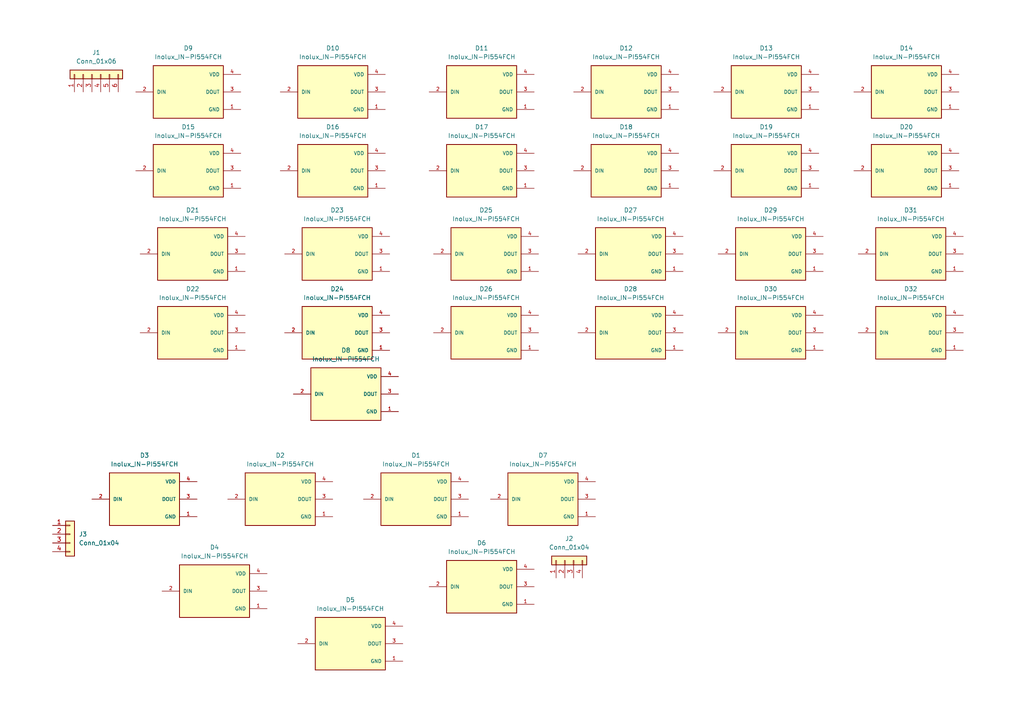
<source format=kicad_sch>
(kicad_sch (version 20231120) (generator "eeschema") (generator_version "8.0")
  (paper "A4")
  (lib_symbols
    (symbol "Connector_Generic:Conn_01x04" (pin_names (offset 1.016) hide)
      (property "Reference" "J" (at 0 5.08 0))
      (property "Value" "Conn_01x04" (at 0 -7.62 0))
      (symbol "Conn_01x04_1_1"
        (rectangle (start -1.27 -4.953) (end 0 -5.207) (stroke (width 0.1524)))
        (rectangle (start -1.27 -2.413) (end 0 -2.667) (stroke (width 0.1524)))
        (rectangle (start -1.27 0.127) (end 0 -0.127) (stroke (width 0.1524)))
        (rectangle (start -1.27 2.667) (end 0 2.413) (stroke (width 0.1524)))
        (rectangle (start -1.27 3.81) (end 1.27 -6.35) (stroke (width 0.254)) (fill (type background)))
        (pin passive line (at -5.08 2.54 0) (length 3.81) (name "Pin_1") (number "1"))
        (pin passive line (at -5.08 0 0) (length 3.81) (name "Pin_2") (number "2"))
        (pin passive line (at -5.08 -2.54 0) (length 3.81) (name "Pin_3") (number "3"))
        (pin passive line (at -5.08 -5.08 0) (length 3.81) (name "Pin_4") (number "4"))
      )
    )
    (symbol "Connector_Generic:Conn_01x06" (pin_names (offset 1.016) hide)
      (property "Reference" "J" (at 0 7.62 0))
      (property "Value" "Conn_01x06" (at 0 -10.16 0))
      (symbol "Conn_01x06_1_1"
        (rectangle (start -1.27 -7.493) (end 0 -7.747) (stroke (width 0.1524)))
        (rectangle (start -1.27 -4.953) (end 0 -5.207) (stroke (width 0.1524)))
        (rectangle (start -1.27 -2.413) (end 0 -2.667) (stroke (width 0.1524)))
        (rectangle (start -1.27 0.127) (end 0 -0.127) (stroke (width 0.1524)))
        (rectangle (start -1.27 2.667) (end 0 2.413) (stroke (width 0.1524)))
        (rectangle (start -1.27 5.207) (end 0 4.953) (stroke (width 0.1524)))
        (rectangle (start -1.27 6.35) (end 1.27 -8.89) (stroke (width 0.254)) (fill (type background)))
        (pin passive line (at -5.08 5.08 0) (length 3.81) (name "Pin_1") (number "1"))
        (pin passive line (at -5.08 2.54 0) (length 3.81) (name "Pin_2") (number "2"))
        (pin passive line (at -5.08 0 0) (length 3.81) (name "Pin_3") (number "3"))
        (pin passive line (at -5.08 -2.54 0) (length 3.81) (name "Pin_4") (number "4"))
        (pin passive line (at -5.08 -5.08 0) (length 3.81) (name "Pin_5") (number "5"))
        (pin passive line (at -5.08 -7.62 0) (length 3.81) (name "Pin_6") (number "6"))
      )
    )
    (symbol "DEFAULT:LC8812B" (pin_names (offset 1.016))
      (property "Reference" "U" (at -10.16 8.89 0))
      (property "Value" "LC8812B" (at -10.16 -10.16 0))
      (symbol "LC8812B_0_0"
        (rectangle (start -10.16 -7.62) (end 10.16 7.62) (stroke (width 0.254)) (fill (type background)))
        (pin power_in line (at 15.24 -5.08 180) (length 5.08) (name "GND") (number "1"))
        (pin input line (at -15.24 0 0) (length 5.08) (name "DIN") (number "2"))
        (pin output line (at 15.24 0 180) (length 5.08) (name "DOUT") (number "3"))
        (pin power_in line (at 15.24 5.08 180) (length 5.08) (name "VDD") (number "4"))
      )
    )
  )
  (symbol (lib_id "DEFAULT:LC8812B") (at 222.25 26.67 0) (unit 1)
    (property "Reference" "D13" (at 222.25 13.97 0))
    (property "Value" "Inolux_IN-PI554FCH" (at 222.25 16.51 0))
    (property "Footprint" "DEFAULT:RGBW-5050-4P" (effects (hide yes)))
    (property "Datasheet" "http://www.inolux-corp.com/datasheet/SMDLED/Addressable%20LED/IN-PI554FCH.pdf" (effects (hide yes)))
    (property "Description" "5050 RGB LED 4-Pin with integrated IC" (effects (hide yes)))
    (property "MF" "Shenzhen LED Color Optoelectronic Inc." (effects (hide yes)))
    (property "MAXIMUM_PACKAGE_HEIGHT" "1.57 mm" (effects (hide yes)))
    (property "Package" "Package" (effects (hide yes)))
    (property "Price" "None" (effects (hide yes)))
    (property "Check_prices" "https://www.snapeda.com/parts/LC8812B/Shenzhen+LED+Color+Optoelectronic+Inc./view-part/?ref=eda" (effects (hide yes)))
    (property "STANDARD" "IPC 7351B" (effects (hide yes)))
    (property "PARTREV" "A/20" (effects (hide yes)))
    (property "SnapEDA_Link" "https://www.snapeda.com/parts/LC8812B/Shenzhen+LED+Color+Optoelectronic+Inc./view-part/?ref=snap" (effects (hide yes)))
    (property "MP" "LC8812B" (effects (hide yes)))
    (property "Description_1" "\n                        \n                            5050 SMD 0.2W intelligent external control LED\n                        \n" (effects (hide yes)))
    (property "MANUFACTURER" "Shenzhen LED Color Co.,LTD" (effects (hide yes)))
    (property "Availability" "Not in stock" (effects (hide yes)))
    (property "SNAPEDA_PN" "LC8812B" (effects (hide yes)))
  )
  (symbol (lib_id "DEFAULT:LC8812B") (at 139.7 26.67 0) (unit 1)
    (property "Reference" "D11" (at 139.7 13.97 0))
    (property "Value" "Inolux_IN-PI554FCH" (at 139.7 16.51 0))
    (property "Footprint" "DEFAULT:RGBW-5050-4P" (effects (hide yes)))
    (property "Datasheet" "http://www.inolux-corp.com/datasheet/SMDLED/Addressable%20LED/IN-PI554FCH.pdf" (effects (hide yes)))
    (property "Description" "5050 RGB LED 4-Pin with integrated IC" (effects (hide yes)))
    (property "MF" "Shenzhen LED Color Optoelectronic Inc." (effects (hide yes)))
    (property "MAXIMUM_PACKAGE_HEIGHT" "1.57 mm" (effects (hide yes)))
    (property "Package" "Package" (effects (hide yes)))
    (property "Price" "None" (effects (hide yes)))
    (property "Check_prices" "https://www.snapeda.com/parts/LC8812B/Shenzhen+LED+Color+Optoelectronic+Inc./view-part/?ref=eda" (effects (hide yes)))
    (property "STANDARD" "IPC 7351B" (effects (hide yes)))
    (property "PARTREV" "A/20" (effects (hide yes)))
    (property "SnapEDA_Link" "https://www.snapeda.com/parts/LC8812B/Shenzhen+LED+Color+Optoelectronic+Inc./view-part/?ref=snap" (effects (hide yes)))
    (property "MP" "LC8812B" (effects (hide yes)))
    (property "Description_1" "\n                        \n                            5050 SMD 0.2W intelligent external control LED\n                        \n" (effects (hide yes)))
    (property "MANUFACTURER" "Shenzhen LED Color Co.,LTD" (effects (hide yes)))
    (property "Availability" "Not in stock" (effects (hide yes)))
    (property "SNAPEDA_PN" "LC8812B" (effects (hide yes)))
  )
  (symbol (lib_id "Connector_Generic:Conn_01x04") (at 20.32 154.94 0) (unit 1)
    (property "Reference" "J3" (at 22.86 154.9399 0) (effects (justify left)))
    (property "Value" "Conn_01x04" (at 22.86 157.4799 0) (effects (justify left)))
    (property "Footprint" "Connector_PinSocket_2.00mm:PinSocket_1x04_P2.00mm_Vertical" (effects (hide yes)))
    (property "Description" "Generic connector, single row, 01x04, script generated (kicad-library-utils/schlib/autogen/connector/)" (effects (hide yes)))
  )
  (symbol (lib_id "DEFAULT:LC8812B") (at 139.7 170.18 0) (unit 1)
    (property "Reference" "D6" (at 139.7 157.48 0))
    (property "Value" "Inolux_IN-PI554FCH" (at 139.7 160.02 0))
    (property "Footprint" "DEFAULT:RGBW-5050-4P" (effects (hide yes)))
    (property "Datasheet" "http://www.inolux-corp.com/datasheet/SMDLED/Addressable%20LED/IN-PI554FCH.pdf" (effects (hide yes)))
    (property "Description" "5050 RGB LED 4-Pin with integrated IC" (effects (hide yes)))
    (property "MF" "Shenzhen LED Color Optoelectronic Inc." (effects (hide yes)))
    (property "MAXIMUM_PACKAGE_HEIGHT" "1.57 mm" (effects (hide yes)))
    (property "Package" "Package" (effects (hide yes)))
    (property "Price" "None" (effects (hide yes)))
    (property "Check_prices" "https://www.snapeda.com/parts/LC8812B/Shenzhen+LED+Color+Optoelectronic+Inc./view-part/?ref=eda" (effects (hide yes)))
    (property "STANDARD" "IPC 7351B" (effects (hide yes)))
    (property "PARTREV" "A/20" (effects (hide yes)))
    (property "SnapEDA_Link" "https://www.snapeda.com/parts/LC8812B/Shenzhen+LED+Color+Optoelectronic+Inc./view-part/?ref=snap" (effects (hide yes)))
    (property "MP" "LC8812B" (effects (hide yes)))
    (property "Description_1" "\n                        \n                            5050 SMD 0.2W intelligent external control LED\n                        \n" (effects (hide yes)))
    (property "MANUFACTURER" "Shenzhen LED Color Co.,LTD" (effects (hide yes)))
    (property "Availability" "Not in stock" (effects (hide yes)))
    (property "SNAPEDA_PN" "LC8812B" (effects (hide yes)))
  )
  (symbol (lib_id "DEFAULT:LC8812B") (at 140.97 73.66 0) (unit 1)
    (property "Reference" "D25" (at 140.97 60.96 0))
    (property "Value" "Inolux_IN-PI554FCH" (at 140.97 63.5 0))
    (property "Footprint" "DEFAULT:RGBW-5050-4P" (effects (hide yes)))
    (property "Datasheet" "http://www.inolux-corp.com/datasheet/SMDLED/Addressable%20LED/IN-PI554FCH.pdf" (effects (hide yes)))
    (property "Description" "5050 RGB LED 4-Pin with integrated IC" (effects (hide yes)))
    (property "MF" "Shenzhen LED Color Optoelectronic Inc." (effects (hide yes)))
    (property "MAXIMUM_PACKAGE_HEIGHT" "1.57 mm" (effects (hide yes)))
    (property "Package" "Package" (effects (hide yes)))
    (property "Price" "None" (effects (hide yes)))
    (property "Check_prices" "https://www.snapeda.com/parts/LC8812B/Shenzhen+LED+Color+Optoelectronic+Inc./view-part/?ref=eda" (effects (hide yes)))
    (property "STANDARD" "IPC 7351B" (effects (hide yes)))
    (property "PARTREV" "A/20" (effects (hide yes)))
    (property "SnapEDA_Link" "https://www.snapeda.com/parts/LC8812B/Shenzhen+LED+Color+Optoelectronic+Inc./view-part/?ref=snap" (effects (hide yes)))
    (property "MP" "LC8812B" (effects (hide yes)))
    (property "Description_1" "\n                        \n                            5050 SMD 0.2W intelligent external control LED\n                        \n" (effects (hide yes)))
    (property "MANUFACTURER" "Shenzhen LED Color Co.,LTD" (effects (hide yes)))
    (property "Availability" "Not in stock" (effects (hide yes)))
    (property "SNAPEDA_PN" "LC8812B" (effects (hide yes)))
  )
  (symbol (lib_id "DEFAULT:LC8812B") (at 264.16 73.66 0) (unit 1)
    (property "Reference" "D31" (at 264.16 60.96 0))
    (property "Value" "Inolux_IN-PI554FCH" (at 264.16 63.5 0))
    (property "Footprint" "DEFAULT:RGBW-5050-4P" (effects (hide yes)))
    (property "Datasheet" "http://www.inolux-corp.com/datasheet/SMDLED/Addressable%20LED/IN-PI554FCH.pdf" (effects (hide yes)))
    (property "Description" "5050 RGB LED 4-Pin with integrated IC" (effects (hide yes)))
    (property "MF" "Shenzhen LED Color Optoelectronic Inc." (effects (hide yes)))
    (property "MAXIMUM_PACKAGE_HEIGHT" "1.57 mm" (effects (hide yes)))
    (property "Package" "Package" (effects (hide yes)))
    (property "Price" "None" (effects (hide yes)))
    (property "Check_prices" "https://www.snapeda.com/parts/LC8812B/Shenzhen+LED+Color+Optoelectronic+Inc./view-part/?ref=eda" (effects (hide yes)))
    (property "STANDARD" "IPC 7351B" (effects (hide yes)))
    (property "PARTREV" "A/20" (effects (hide yes)))
    (property "SnapEDA_Link" "https://www.snapeda.com/parts/LC8812B/Shenzhen+LED+Color+Optoelectronic+Inc./view-part/?ref=snap" (effects (hide yes)))
    (property "MP" "LC8812B" (effects (hide yes)))
    (property "Description_1" "\n                        \n                            5050 SMD 0.2W intelligent external control LED\n                        \n" (effects (hide yes)))
    (property "MANUFACTURER" "Shenzhen LED Color Co.,LTD" (effects (hide yes)))
    (property "Availability" "Not in stock" (effects (hide yes)))
    (property "SNAPEDA_PN" "LC8812B" (effects (hide yes)))
  )
  (symbol (lib_id "DEFAULT:LC8812B") (at 181.61 26.67 0) (unit 1)
    (property "Reference" "D12" (at 181.61 13.97 0))
    (property "Value" "Inolux_IN-PI554FCH" (at 181.61 16.51 0))
    (property "Footprint" "DEFAULT:RGBW-5050-4P" (effects (hide yes)))
    (property "Datasheet" "http://www.inolux-corp.com/datasheet/SMDLED/Addressable%20LED/IN-PI554FCH.pdf" (effects (hide yes)))
    (property "Description" "5050 RGB LED 4-Pin with integrated IC" (effects (hide yes)))
    (property "MF" "Shenzhen LED Color Optoelectronic Inc." (effects (hide yes)))
    (property "MAXIMUM_PACKAGE_HEIGHT" "1.57 mm" (effects (hide yes)))
    (property "Package" "Package" (effects (hide yes)))
    (property "Price" "None" (effects (hide yes)))
    (property "Check_prices" "https://www.snapeda.com/parts/LC8812B/Shenzhen+LED+Color+Optoelectronic+Inc./view-part/?ref=eda" (effects (hide yes)))
    (property "STANDARD" "IPC 7351B" (effects (hide yes)))
    (property "PARTREV" "A/20" (effects (hide yes)))
    (property "SnapEDA_Link" "https://www.snapeda.com/parts/LC8812B/Shenzhen+LED+Color+Optoelectronic+Inc./view-part/?ref=snap" (effects (hide yes)))
    (property "MP" "LC8812B" (effects (hide yes)))
    (property "Description_1" "\n                        \n                            5050 SMD 0.2W intelligent external control LED\n                        \n" (effects (hide yes)))
    (property "MANUFACTURER" "Shenzhen LED Color Co.,LTD" (effects (hide yes)))
    (property "Availability" "Not in stock" (effects (hide yes)))
    (property "SNAPEDA_PN" "LC8812B" (effects (hide yes)))
  )
  (symbol (lib_id "DEFAULT:LC8812B") (at 157.48 144.78 0) (unit 1)
    (property "Reference" "D7" (at 157.48 132.08 0))
    (property "Value" "Inolux_IN-PI554FCH" (at 157.48 134.62 0))
    (property "Footprint" "DEFAULT:RGBW-5050-4P" (effects (hide yes)))
    (property "Datasheet" "http://www.inolux-corp.com/datasheet/SMDLED/Addressable%20LED/IN-PI554FCH.pdf" (effects (hide yes)))
    (property "Description" "5050 RGB LED 4-Pin with integrated IC" (effects (hide yes)))
    (property "MF" "Shenzhen LED Color Optoelectronic Inc." (effects (hide yes)))
    (property "MAXIMUM_PACKAGE_HEIGHT" "1.57 mm" (effects (hide yes)))
    (property "Package" "Package" (effects (hide yes)))
    (property "Price" "None" (effects (hide yes)))
    (property "Check_prices" "https://www.snapeda.com/parts/LC8812B/Shenzhen+LED+Color+Optoelectronic+Inc./view-part/?ref=eda" (effects (hide yes)))
    (property "STANDARD" "IPC 7351B" (effects (hide yes)))
    (property "PARTREV" "A/20" (effects (hide yes)))
    (property "SnapEDA_Link" "https://www.snapeda.com/parts/LC8812B/Shenzhen+LED+Color+Optoelectronic+Inc./view-part/?ref=snap" (effects (hide yes)))
    (property "MP" "LC8812B" (effects (hide yes)))
    (property "Description_1" "\n                        \n                            5050 SMD 0.2W intelligent external control LED\n                        \n" (effects (hide yes)))
    (property "MANUFACTURER" "Shenzhen LED Color Co.,LTD" (effects (hide yes)))
    (property "Availability" "Not in stock" (effects (hide yes)))
    (property "SNAPEDA_PN" "LC8812B" (effects (hide yes)))
  )
  (symbol (lib_id "DEFAULT:LC8812B") (at 262.89 49.53 0) (unit 1)
    (property "Reference" "D20" (at 262.89 36.83 0))
    (property "Value" "Inolux_IN-PI554FCH" (at 262.89 39.37 0))
    (property "Footprint" "DEFAULT:RGBW-5050-4P" (effects (hide yes)))
    (property "Datasheet" "http://www.inolux-corp.com/datasheet/SMDLED/Addressable%20LED/IN-PI554FCH.pdf" (effects (hide yes)))
    (property "Description" "5050 RGB LED 4-Pin with integrated IC" (effects (hide yes)))
    (property "MF" "Shenzhen LED Color Optoelectronic Inc." (effects (hide yes)))
    (property "MAXIMUM_PACKAGE_HEIGHT" "1.57 mm" (effects (hide yes)))
    (property "Package" "Package" (effects (hide yes)))
    (property "Price" "None" (effects (hide yes)))
    (property "Check_prices" "https://www.snapeda.com/parts/LC8812B/Shenzhen+LED+Color+Optoelectronic+Inc./view-part/?ref=eda" (effects (hide yes)))
    (property "STANDARD" "IPC 7351B" (effects (hide yes)))
    (property "PARTREV" "A/20" (effects (hide yes)))
    (property "SnapEDA_Link" "https://www.snapeda.com/parts/LC8812B/Shenzhen+LED+Color+Optoelectronic+Inc./view-part/?ref=snap" (effects (hide yes)))
    (property "MP" "LC8812B" (effects (hide yes)))
    (property "Description_1" "\n                        \n                            5050 SMD 0.2W intelligent external control LED\n                        \n" (effects (hide yes)))
    (property "MANUFACTURER" "Shenzhen LED Color Co.,LTD" (effects (hide yes)))
    (property "Availability" "Not in stock" (effects (hide yes)))
    (property "SNAPEDA_PN" "LC8812B" (effects (hide yes)))
  )
  (symbol (lib_id "DEFAULT:LC8812B") (at 120.65 144.78 0) (unit 1)
    (property "Reference" "D1" (at 120.65 132.08 0))
    (property "Value" "Inolux_IN-PI554FCH" (at 120.65 134.62 0))
    (property "Footprint" "DEFAULT:RGBW-5050-4P" (effects (hide yes)))
    (property "Datasheet" "http://www.inolux-corp.com/datasheet/SMDLED/Addressable%20LED/IN-PI554FCH.pdf" (effects (hide yes)))
    (property "Description" "5050 RGB LED 4-Pin with integrated IC" (effects (hide yes)))
    (property "MF" "Shenzhen LED Color Optoelectronic Inc." (effects (hide yes)))
    (property "MAXIMUM_PACKAGE_HEIGHT" "1.57 mm" (effects (hide yes)))
    (property "Package" "Package" (effects (hide yes)))
    (property "Price" "None" (effects (hide yes)))
    (property "Check_prices" "https://www.snapeda.com/parts/LC8812B/Shenzhen+LED+Color+Optoelectronic+Inc./view-part/?ref=eda" (effects (hide yes)))
    (property "STANDARD" "IPC 7351B" (effects (hide yes)))
    (property "PARTREV" "A/20" (effects (hide yes)))
    (property "SnapEDA_Link" "https://www.snapeda.com/parts/LC8812B/Shenzhen+LED+Color+Optoelectronic+Inc./view-part/?ref=snap" (effects (hide yes)))
    (property "MP" "LC8812B" (effects (hide yes)))
    (property "Description_1" "\n                        \n                            5050 SMD 0.2W intelligent external control LED\n                        \n" (effects (hide yes)))
    (property "MANUFACTURER" "Shenzhen LED Color Co.,LTD" (effects (hide yes)))
    (property "Availability" "Not in stock" (effects (hide yes)))
    (property "SNAPEDA_PN" "LC8812B" (effects (hide yes)))
  )
  (symbol (lib_id "DEFAULT:LC8812B") (at 54.61 49.53 0) (unit 1)
    (property "Reference" "D15" (at 54.61 36.83 0))
    (property "Value" "Inolux_IN-PI554FCH" (at 54.61 39.37 0))
    (property "Footprint" "DEFAULT:RGBW-5050-4P" (effects (hide yes)))
    (property "Datasheet" "http://www.inolux-corp.com/datasheet/SMDLED/Addressable%20LED/IN-PI554FCH.pdf" (effects (hide yes)))
    (property "Description" "5050 RGB LED 4-Pin with integrated IC" (effects (hide yes)))
    (property "MF" "Shenzhen LED Color Optoelectronic Inc." (effects (hide yes)))
    (property "MAXIMUM_PACKAGE_HEIGHT" "1.57 mm" (effects (hide yes)))
    (property "Package" "Package" (effects (hide yes)))
    (property "Price" "None" (effects (hide yes)))
    (property "Check_prices" "https://www.snapeda.com/parts/LC8812B/Shenzhen+LED+Color+Optoelectronic+Inc./view-part/?ref=eda" (effects (hide yes)))
    (property "STANDARD" "IPC 7351B" (effects (hide yes)))
    (property "PARTREV" "A/20" (effects (hide yes)))
    (property "SnapEDA_Link" "https://www.snapeda.com/parts/LC8812B/Shenzhen+LED+Color+Optoelectronic+Inc./view-part/?ref=snap" (effects (hide yes)))
    (property "MP" "LC8812B" (effects (hide yes)))
    (property "Description_1" "\n                        \n                            5050 SMD 0.2W intelligent external control LED\n                        \n" (effects (hide yes)))
    (property "MANUFACTURER" "Shenzhen LED Color Co.,LTD" (effects (hide yes)))
    (property "Availability" "Not in stock" (effects (hide yes)))
    (property "SNAPEDA_PN" "LC8812B" (effects (hide yes)))
  )
  (symbol (lib_id "DEFAULT:LC8812B") (at 81.28 144.78 0) (unit 1)
    (property "Reference" "D2" (at 81.28 132.08 0))
    (property "Value" "Inolux_IN-PI554FCH" (at 81.28 134.62 0))
    (property "Footprint" "DEFAULT:RGBW-5050-4P" (effects (hide yes)))
    (property "Datasheet" "http://www.inolux-corp.com/datasheet/SMDLED/Addressable%20LED/IN-PI554FCH.pdf" (effects (hide yes)))
    (property "Description" "5050 RGB LED 4-Pin with integrated IC" (effects (hide yes)))
    (property "MF" "Shenzhen LED Color Optoelectronic Inc." (effects (hide yes)))
    (property "MAXIMUM_PACKAGE_HEIGHT" "1.57 mm" (effects (hide yes)))
    (property "Package" "Package" (effects (hide yes)))
    (property "Price" "None" (effects (hide yes)))
    (property "Check_prices" "https://www.snapeda.com/parts/LC8812B/Shenzhen+LED+Color+Optoelectronic+Inc./view-part/?ref=eda" (effects (hide yes)))
    (property "STANDARD" "IPC 7351B" (effects (hide yes)))
    (property "PARTREV" "A/20" (effects (hide yes)))
    (property "SnapEDA_Link" "https://www.snapeda.com/parts/LC8812B/Shenzhen+LED+Color+Optoelectronic+Inc./view-part/?ref=snap" (effects (hide yes)))
    (property "MP" "LC8812B" (effects (hide yes)))
    (property "Description_1" "\n                        \n                            5050 SMD 0.2W intelligent external control LED\n                        \n" (effects (hide yes)))
    (property "MANUFACTURER" "Shenzhen LED Color Co.,LTD" (effects (hide yes)))
    (property "Availability" "Not in stock" (effects (hide yes)))
    (property "SNAPEDA_PN" "LC8812B" (effects (hide yes)))
  )
  (symbol (lib_id "DEFAULT:LC8812B") (at 96.52 26.67 0) (unit 1)
    (property "Reference" "D10" (at 96.52 13.97 0))
    (property "Value" "Inolux_IN-PI554FCH" (at 96.52 16.51 0))
    (property "Footprint" "DEFAULT:RGBW-5050-4P" (effects (hide yes)))
    (property "Datasheet" "http://www.inolux-corp.com/datasheet/SMDLED/Addressable%20LED/IN-PI554FCH.pdf" (effects (hide yes)))
    (property "Description" "5050 RGB LED 4-Pin with integrated IC" (effects (hide yes)))
    (property "MF" "Shenzhen LED Color Optoelectronic Inc." (effects (hide yes)))
    (property "MAXIMUM_PACKAGE_HEIGHT" "1.57 mm" (effects (hide yes)))
    (property "Package" "Package" (effects (hide yes)))
    (property "Price" "None" (effects (hide yes)))
    (property "Check_prices" "https://www.snapeda.com/parts/LC8812B/Shenzhen+LED+Color+Optoelectronic+Inc./view-part/?ref=eda" (effects (hide yes)))
    (property "STANDARD" "IPC 7351B" (effects (hide yes)))
    (property "PARTREV" "A/20" (effects (hide yes)))
    (property "SnapEDA_Link" "https://www.snapeda.com/parts/LC8812B/Shenzhen+LED+Color+Optoelectronic+Inc./view-part/?ref=snap" (effects (hide yes)))
    (property "MP" "LC8812B" (effects (hide yes)))
    (property "Description_1" "\n                        \n                            5050 SMD 0.2W intelligent external control LED\n                        \n" (effects (hide yes)))
    (property "MANUFACTURER" "Shenzhen LED Color Co.,LTD" (effects (hide yes)))
    (property "Availability" "Not in stock" (effects (hide yes)))
    (property "SNAPEDA_PN" "LC8812B" (effects (hide yes)))
  )
  (symbol (lib_id "DEFAULT:LC8812B") (at 54.61 26.67 0) (unit 1)
    (property "Reference" "D9" (at 54.61 13.97 0))
    (property "Value" "Inolux_IN-PI554FCH" (at 54.61 16.51 0))
    (property "Footprint" "DEFAULT:RGBW-5050-4P" (effects (hide yes)))
    (property "Datasheet" "http://www.inolux-corp.com/datasheet/SMDLED/Addressable%20LED/IN-PI554FCH.pdf" (effects (hide yes)))
    (property "Description" "5050 RGB LED 4-Pin with integrated IC" (effects (hide yes)))
    (property "MF" "Shenzhen LED Color Optoelectronic Inc." (effects (hide yes)))
    (property "MAXIMUM_PACKAGE_HEIGHT" "1.57 mm" (effects (hide yes)))
    (property "Package" "Package" (effects (hide yes)))
    (property "Price" "None" (effects (hide yes)))
    (property "Check_prices" "https://www.snapeda.com/parts/LC8812B/Shenzhen+LED+Color+Optoelectronic+Inc./view-part/?ref=eda" (effects (hide yes)))
    (property "STANDARD" "IPC 7351B" (effects (hide yes)))
    (property "PARTREV" "A/20" (effects (hide yes)))
    (property "SnapEDA_Link" "https://www.snapeda.com/parts/LC8812B/Shenzhen+LED+Color+Optoelectronic+Inc./view-part/?ref=snap" (effects (hide yes)))
    (property "MP" "LC8812B" (effects (hide yes)))
    (property "Description_1" "\n                        \n                            5050 SMD 0.2W intelligent external control LED\n                        \n" (effects (hide yes)))
    (property "MANUFACTURER" "Shenzhen LED Color Co.,LTD" (effects (hide yes)))
    (property "Availability" "Not in stock" (effects (hide yes)))
    (property "SNAPEDA_PN" "LC8812B" (effects (hide yes)))
  )
  (symbol (lib_id "DEFAULT:LC8812B") (at 97.79 96.52 0) (unit 1)
    (property "Reference" "D24" (at 97.79 83.82 0))
    (property "Value" "Inolux_IN-PI554FCH" (at 97.79 86.36 0))
    (property "Footprint" "DEFAULT:RGBW-5050-4P" (effects (hide yes)))
    (property "Datasheet" "http://www.inolux-corp.com/datasheet/SMDLED/Addressable%20LED/IN-PI554FCH.pdf" (effects (hide yes)))
    (property "Description" "5050 RGB LED 4-Pin with integrated IC" (effects (hide yes)))
    (property "MF" "Shenzhen LED Color Optoelectronic Inc." (effects (hide yes)))
    (property "MAXIMUM_PACKAGE_HEIGHT" "1.57 mm" (effects (hide yes)))
    (property "Package" "Package" (effects (hide yes)))
    (property "Price" "None" (effects (hide yes)))
    (property "Check_prices" "https://www.snapeda.com/parts/LC8812B/Shenzhen+LED+Color+Optoelectronic+Inc./view-part/?ref=eda" (effects (hide yes)))
    (property "STANDARD" "IPC 7351B" (effects (hide yes)))
    (property "PARTREV" "A/20" (effects (hide yes)))
    (property "SnapEDA_Link" "https://www.snapeda.com/parts/LC8812B/Shenzhen+LED+Color+Optoelectronic+Inc./view-part/?ref=snap" (effects (hide yes)))
    (property "MP" "LC8812B" (effects (hide yes)))
    (property "Description_1" "\n                        \n                            5050 SMD 0.2W intelligent external control LED\n                        \n" (effects (hide yes)))
    (property "MANUFACTURER" "Shenzhen LED Color Co.,LTD" (effects (hide yes)))
    (property "Availability" "Not in stock" (effects (hide yes)))
    (property "SNAPEDA_PN" "LC8812B" (effects (hide yes)))
  )
  (symbol (lib_id "DEFAULT:LC8812B") (at 181.61 49.53 0) (unit 1)
    (property "Reference" "D18" (at 181.61 36.83 0))
    (property "Value" "Inolux_IN-PI554FCH" (at 181.61 39.37 0))
    (property "Footprint" "DEFAULT:RGBW-5050-4P" (effects (hide yes)))
    (property "Datasheet" "http://www.inolux-corp.com/datasheet/SMDLED/Addressable%20LED/IN-PI554FCH.pdf" (effects (hide yes)))
    (property "Description" "5050 RGB LED 4-Pin with integrated IC" (effects (hide yes)))
    (property "MF" "Shenzhen LED Color Optoelectronic Inc." (effects (hide yes)))
    (property "MAXIMUM_PACKAGE_HEIGHT" "1.57 mm" (effects (hide yes)))
    (property "Package" "Package" (effects (hide yes)))
    (property "Price" "None" (effects (hide yes)))
    (property "Check_prices" "https://www.snapeda.com/parts/LC8812B/Shenzhen+LED+Color+Optoelectronic+Inc./view-part/?ref=eda" (effects (hide yes)))
    (property "STANDARD" "IPC 7351B" (effects (hide yes)))
    (property "PARTREV" "A/20" (effects (hide yes)))
    (property "SnapEDA_Link" "https://www.snapeda.com/parts/LC8812B/Shenzhen+LED+Color+Optoelectronic+Inc./view-part/?ref=snap" (effects (hide yes)))
    (property "MP" "LC8812B" (effects (hide yes)))
    (property "Description_1" "\n                        \n                            5050 SMD 0.2W intelligent external control LED\n                        \n" (effects (hide yes)))
    (property "MANUFACTURER" "Shenzhen LED Color Co.,LTD" (effects (hide yes)))
    (property "Availability" "Not in stock" (effects (hide yes)))
    (property "SNAPEDA_PN" "LC8812B" (effects (hide yes)))
  )
  (symbol (lib_id "DEFAULT:LC8812B") (at 182.88 96.52 0) (unit 1)
    (property "Reference" "D28" (at 182.88 83.82 0))
    (property "Value" "Inolux_IN-PI554FCH" (at 182.88 86.36 0))
    (property "Footprint" "DEFAULT:RGBW-5050-4P" (effects (hide yes)))
    (property "Datasheet" "http://www.inolux-corp.com/datasheet/SMDLED/Addressable%20LED/IN-PI554FCH.pdf" (effects (hide yes)))
    (property "Description" "5050 RGB LED 4-Pin with integrated IC" (effects (hide yes)))
    (property "MF" "Shenzhen LED Color Optoelectronic Inc." (effects (hide yes)))
    (property "MAXIMUM_PACKAGE_HEIGHT" "1.57 mm" (effects (hide yes)))
    (property "Package" "Package" (effects (hide yes)))
    (property "Price" "None" (effects (hide yes)))
    (property "Check_prices" "https://www.snapeda.com/parts/LC8812B/Shenzhen+LED+Color+Optoelectronic+Inc./view-part/?ref=eda" (effects (hide yes)))
    (property "STANDARD" "IPC 7351B" (effects (hide yes)))
    (property "PARTREV" "A/20" (effects (hide yes)))
    (property "SnapEDA_Link" "https://www.snapeda.com/parts/LC8812B/Shenzhen+LED+Color+Optoelectronic+Inc./view-part/?ref=snap" (effects (hide yes)))
    (property "MP" "LC8812B" (effects (hide yes)))
    (property "Description_1" "\n                        \n                            5050 SMD 0.2W intelligent external control LED\n                        \n" (effects (hide yes)))
    (property "MANUFACTURER" "Shenzhen LED Color Co.,LTD" (effects (hide yes)))
    (property "Availability" "Not in stock" (effects (hide yes)))
    (property "SNAPEDA_PN" "LC8812B" (effects (hide yes)))
  )
  (symbol (lib_id "DEFAULT:LC8812B") (at 55.88 96.52 0) (unit 1)
    (property "Reference" "D22" (at 55.88 83.82 0))
    (property "Value" "Inolux_IN-PI554FCH" (at 55.88 86.36 0))
    (property "Footprint" "DEFAULT:RGBW-5050-4P" (effects (hide yes)))
    (property "Datasheet" "http://www.inolux-corp.com/datasheet/SMDLED/Addressable%20LED/IN-PI554FCH.pdf" (effects (hide yes)))
    (property "Description" "5050 RGB LED 4-Pin with integrated IC" (effects (hide yes)))
    (property "MF" "Shenzhen LED Color Optoelectronic Inc." (effects (hide yes)))
    (property "MAXIMUM_PACKAGE_HEIGHT" "1.57 mm" (effects (hide yes)))
    (property "Package" "Package" (effects (hide yes)))
    (property "Price" "None" (effects (hide yes)))
    (property "Check_prices" "https://www.snapeda.com/parts/LC8812B/Shenzhen+LED+Color+Optoelectronic+Inc./view-part/?ref=eda" (effects (hide yes)))
    (property "STANDARD" "IPC 7351B" (effects (hide yes)))
    (property "PARTREV" "A/20" (effects (hide yes)))
    (property "SnapEDA_Link" "https://www.snapeda.com/parts/LC8812B/Shenzhen+LED+Color+Optoelectronic+Inc./view-part/?ref=snap" (effects (hide yes)))
    (property "MP" "LC8812B" (effects (hide yes)))
    (property "Description_1" "\n                        \n                            5050 SMD 0.2W intelligent external control LED\n                        \n" (effects (hide yes)))
    (property "MANUFACTURER" "Shenzhen LED Color Co.,LTD" (effects (hide yes)))
    (property "Availability" "Not in stock" (effects (hide yes)))
    (property "SNAPEDA_PN" "LC8812B" (effects (hide yes)))
  )
  (symbol (lib_id "DEFAULT:LC8812B") (at 139.7 49.53 0) (unit 1)
    (property "Reference" "D17" (at 139.7 36.83 0))
    (property "Value" "Inolux_IN-PI554FCH" (at 139.7 39.37 0))
    (property "Footprint" "DEFAULT:RGBW-5050-4P" (effects (hide yes)))
    (property "Datasheet" "http://www.inolux-corp.com/datasheet/SMDLED/Addressable%20LED/IN-PI554FCH.pdf" (effects (hide yes)))
    (property "Description" "5050 RGB LED 4-Pin with integrated IC" (effects (hide yes)))
    (property "MF" "Shenzhen LED Color Optoelectronic Inc." (effects (hide yes)))
    (property "MAXIMUM_PACKAGE_HEIGHT" "1.57 mm" (effects (hide yes)))
    (property "Package" "Package" (effects (hide yes)))
    (property "Price" "None" (effects (hide yes)))
    (property "Check_prices" "https://www.snapeda.com/parts/LC8812B/Shenzhen+LED+Color+Optoelectronic+Inc./view-part/?ref=eda" (effects (hide yes)))
    (property "STANDARD" "IPC 7351B" (effects (hide yes)))
    (property "PARTREV" "A/20" (effects (hide yes)))
    (property "SnapEDA_Link" "https://www.snapeda.com/parts/LC8812B/Shenzhen+LED+Color+Optoelectronic+Inc./view-part/?ref=snap" (effects (hide yes)))
    (property "MP" "LC8812B" (effects (hide yes)))
    (property "Description_1" "\n                        \n                            5050 SMD 0.2W intelligent external control LED\n                        \n" (effects (hide yes)))
    (property "MANUFACTURER" "Shenzhen LED Color Co.,LTD" (effects (hide yes)))
    (property "Availability" "Not in stock" (effects (hide yes)))
    (property "SNAPEDA_PN" "LC8812B" (effects (hide yes)))
  )
  (symbol (lib_id "Connector_Generic:Conn_01x04") (at 163.83 162.56 90) (unit 1)
    (property "Reference" "J2" (at 165.1 156.21 90))
    (property "Value" "Conn_01x04" (at 165.1 158.75 90))
    (property "Footprint" "Connector_PinSocket_2.00mm:PinSocket_1x04_P2.00mm_Vertical" (effects (hide yes)))
    (property "Description" "Generic connector, single row, 01x04, script generated (kicad-library-utils/schlib/autogen/connector/)" (effects (hide yes)))
  )
  (symbol (lib_id "DEFAULT:LC8812B") (at 262.89 26.67 0) (unit 1)
    (property "Reference" "D14" (at 262.89 13.97 0))
    (property "Value" "Inolux_IN-PI554FCH" (at 262.89 16.51 0))
    (property "Footprint" "DEFAULT:RGBW-5050-4P" (effects (hide yes)))
    (property "Datasheet" "http://www.inolux-corp.com/datasheet/SMDLED/Addressable%20LED/IN-PI554FCH.pdf" (effects (hide yes)))
    (property "Description" "5050 RGB LED 4-Pin with integrated IC" (effects (hide yes)))
    (property "MF" "Shenzhen LED Color Optoelectronic Inc." (effects (hide yes)))
    (property "MAXIMUM_PACKAGE_HEIGHT" "1.57 mm" (effects (hide yes)))
    (property "Package" "Package" (effects (hide yes)))
    (property "Price" "None" (effects (hide yes)))
    (property "Check_prices" "https://www.snapeda.com/parts/LC8812B/Shenzhen+LED+Color+Optoelectronic+Inc./view-part/?ref=eda" (effects (hide yes)))
    (property "STANDARD" "IPC 7351B" (effects (hide yes)))
    (property "PARTREV" "A/20" (effects (hide yes)))
    (property "SnapEDA_Link" "https://www.snapeda.com/parts/LC8812B/Shenzhen+LED+Color+Optoelectronic+Inc./view-part/?ref=snap" (effects (hide yes)))
    (property "MP" "LC8812B" (effects (hide yes)))
    (property "Description_1" "\n                        \n                            5050 SMD 0.2W intelligent external control LED\n                        \n" (effects (hide yes)))
    (property "MANUFACTURER" "Shenzhen LED Color Co.,LTD" (effects (hide yes)))
    (property "Availability" "Not in stock" (effects (hide yes)))
    (property "SNAPEDA_PN" "LC8812B" (effects (hide yes)))
  )
  (symbol (lib_id "DEFAULT:LC8812B") (at 264.16 96.52 0) (unit 1)
    (property "Reference" "D32" (at 264.16 83.82 0))
    (property "Value" "Inolux_IN-PI554FCH" (at 264.16 86.36 0))
    (property "Footprint" "DEFAULT:RGBW-5050-4P" (effects (hide yes)))
    (property "Datasheet" "http://www.inolux-corp.com/datasheet/SMDLED/Addressable%20LED/IN-PI554FCH.pdf" (effects (hide yes)))
    (property "Description" "5050 RGB LED 4-Pin with integrated IC" (effects (hide yes)))
    (property "MF" "Shenzhen LED Color Optoelectronic Inc." (effects (hide yes)))
    (property "MAXIMUM_PACKAGE_HEIGHT" "1.57 mm" (effects (hide yes)))
    (property "Package" "Package" (effects (hide yes)))
    (property "Price" "None" (effects (hide yes)))
    (property "Check_prices" "https://www.snapeda.com/parts/LC8812B/Shenzhen+LED+Color+Optoelectronic+Inc./view-part/?ref=eda" (effects (hide yes)))
    (property "STANDARD" "IPC 7351B" (effects (hide yes)))
    (property "PARTREV" "A/20" (effects (hide yes)))
    (property "SnapEDA_Link" "https://www.snapeda.com/parts/LC8812B/Shenzhen+LED+Color+Optoelectronic+Inc./view-part/?ref=snap" (effects (hide yes)))
    (property "MP" "LC8812B" (effects (hide yes)))
    (property "Description_1" "\n                        \n                            5050 SMD 0.2W intelligent external control LED\n                        \n" (effects (hide yes)))
    (property "MANUFACTURER" "Shenzhen LED Color Co.,LTD" (effects (hide yes)))
    (property "Availability" "Not in stock" (effects (hide yes)))
    (property "SNAPEDA_PN" "LC8812B" (effects (hide yes)))
  )
  (symbol (lib_id "DEFAULT:LC8812B") (at 55.88 73.66 0) (unit 1)
    (property "Reference" "D21" (at 55.88 60.96 0))
    (property "Value" "Inolux_IN-PI554FCH" (at 55.88 63.5 0))
    (property "Footprint" "DEFAULT:RGBW-5050-4P" (effects (hide yes)))
    (property "Datasheet" "http://www.inolux-corp.com/datasheet/SMDLED/Addressable%20LED/IN-PI554FCH.pdf" (effects (hide yes)))
    (property "Description" "5050 RGB LED 4-Pin with integrated IC" (effects (hide yes)))
    (property "MF" "Shenzhen LED Color Optoelectronic Inc." (effects (hide yes)))
    (property "MAXIMUM_PACKAGE_HEIGHT" "1.57 mm" (effects (hide yes)))
    (property "Package" "Package" (effects (hide yes)))
    (property "Price" "None" (effects (hide yes)))
    (property "Check_prices" "https://www.snapeda.com/parts/LC8812B/Shenzhen+LED+Color+Optoelectronic+Inc./view-part/?ref=eda" (effects (hide yes)))
    (property "STANDARD" "IPC 7351B" (effects (hide yes)))
    (property "PARTREV" "A/20" (effects (hide yes)))
    (property "SnapEDA_Link" "https://www.snapeda.com/parts/LC8812B/Shenzhen+LED+Color+Optoelectronic+Inc./view-part/?ref=snap" (effects (hide yes)))
    (property "MP" "LC8812B" (effects (hide yes)))
    (property "Description_1" "\n                        \n                            5050 SMD 0.2W intelligent external control LED\n                        \n" (effects (hide yes)))
    (property "MANUFACTURER" "Shenzhen LED Color Co.,LTD" (effects (hide yes)))
    (property "Availability" "Not in stock" (effects (hide yes)))
    (property "SNAPEDA_PN" "LC8812B" (effects (hide yes)))
  )
  (symbol (lib_id "DEFAULT:LC8812B") (at 223.52 96.52 0) (unit 1)
    (property "Reference" "D30" (at 223.52 83.82 0))
    (property "Value" "Inolux_IN-PI554FCH" (at 223.52 86.36 0))
    (property "Footprint" "DEFAULT:RGBW-5050-4P" (effects (hide yes)))
    (property "Datasheet" "http://www.inolux-corp.com/datasheet/SMDLED/Addressable%20LED/IN-PI554FCH.pdf" (effects (hide yes)))
    (property "Description" "5050 RGB LED 4-Pin with integrated IC" (effects (hide yes)))
    (property "MF" "Shenzhen LED Color Optoelectronic Inc." (effects (hide yes)))
    (property "MAXIMUM_PACKAGE_HEIGHT" "1.57 mm" (effects (hide yes)))
    (property "Package" "Package" (effects (hide yes)))
    (property "Price" "None" (effects (hide yes)))
    (property "Check_prices" "https://www.snapeda.com/parts/LC8812B/Shenzhen+LED+Color+Optoelectronic+Inc./view-part/?ref=eda" (effects (hide yes)))
    (property "STANDARD" "IPC 7351B" (effects (hide yes)))
    (property "PARTREV" "A/20" (effects (hide yes)))
    (property "SnapEDA_Link" "https://www.snapeda.com/parts/LC8812B/Shenzhen+LED+Color+Optoelectronic+Inc./view-part/?ref=snap" (effects (hide yes)))
    (property "MP" "LC8812B" (effects (hide yes)))
    (property "Description_1" "\n                        \n                            5050 SMD 0.2W intelligent external control LED\n                        \n" (effects (hide yes)))
    (property "MANUFACTURER" "Shenzhen LED Color Co.,LTD" (effects (hide yes)))
    (property "Availability" "Not in stock" (effects (hide yes)))
    (property "SNAPEDA_PN" "LC8812B" (effects (hide yes)))
  )
  (symbol (lib_id "DEFAULT:LC8812B") (at 41.91 144.78 0) (unit 1)
    (property "Reference" "D3" (at 41.91 132.08 0))
    (property "Value" "Inolux_IN-PI554FCH" (at 41.91 134.62 0))
    (property "Footprint" "DEFAULT:RGBW-5050-4P" (effects (hide yes)))
    (property "Datasheet" "http://www.inolux-corp.com/datasheet/SMDLED/Addressable%20LED/IN-PI554FCH.pdf" (effects (hide yes)))
    (property "Description" "5050 RGB LED 4-Pin with integrated IC" (effects (hide yes)))
    (property "MF" "Shenzhen LED Color Optoelectronic Inc." (effects (hide yes)))
    (property "MAXIMUM_PACKAGE_HEIGHT" "1.57 mm" (effects (hide yes)))
    (property "Package" "Package" (effects (hide yes)))
    (property "Price" "None" (effects (hide yes)))
    (property "Check_prices" "https://www.snapeda.com/parts/LC8812B/Shenzhen+LED+Color+Optoelectronic+Inc./view-part/?ref=eda" (effects (hide yes)))
    (property "STANDARD" "IPC 7351B" (effects (hide yes)))
    (property "PARTREV" "A/20" (effects (hide yes)))
    (property "SnapEDA_Link" "https://www.snapeda.com/parts/LC8812B/Shenzhen+LED+Color+Optoelectronic+Inc./view-part/?ref=snap" (effects (hide yes)))
    (property "MP" "LC8812B" (effects (hide yes)))
    (property "Description_1" "\n                        \n                            5050 SMD 0.2W intelligent external control LED\n                        \n" (effects (hide yes)))
    (property "MANUFACTURER" "Shenzhen LED Color Co.,LTD" (effects (hide yes)))
    (property "Availability" "Not in stock" (effects (hide yes)))
    (property "SNAPEDA_PN" "LC8812B" (effects (hide yes)))
  )
  (symbol (lib_id "DEFAULT:LC8812B") (at 97.79 73.66 0) (unit 1)
    (property "Reference" "D23" (at 97.79 60.96 0))
    (property "Value" "Inolux_IN-PI554FCH" (at 97.79 63.5 0))
    (property "Footprint" "DEFAULT:RGBW-5050-4P" (effects (hide yes)))
    (property "Datasheet" "http://www.inolux-corp.com/datasheet/SMDLED/Addressable%20LED/IN-PI554FCH.pdf" (effects (hide yes)))
    (property "Description" "5050 RGB LED 4-Pin with integrated IC" (effects (hide yes)))
    (property "MF" "Shenzhen LED Color Optoelectronic Inc." (effects (hide yes)))
    (property "MAXIMUM_PACKAGE_HEIGHT" "1.57 mm" (effects (hide yes)))
    (property "Package" "Package" (effects (hide yes)))
    (property "Price" "None" (effects (hide yes)))
    (property "Check_prices" "https://www.snapeda.com/parts/LC8812B/Shenzhen+LED+Color+Optoelectronic+Inc./view-part/?ref=eda" (effects (hide yes)))
    (property "STANDARD" "IPC 7351B" (effects (hide yes)))
    (property "PARTREV" "A/20" (effects (hide yes)))
    (property "SnapEDA_Link" "https://www.snapeda.com/parts/LC8812B/Shenzhen+LED+Color+Optoelectronic+Inc./view-part/?ref=snap" (effects (hide yes)))
    (property "MP" "LC8812B" (effects (hide yes)))
    (property "Description_1" "\n                        \n                            5050 SMD 0.2W intelligent external control LED\n                        \n" (effects (hide yes)))
    (property "MANUFACTURER" "Shenzhen LED Color Co.,LTD" (effects (hide yes)))
    (property "Availability" "Not in stock" (effects (hide yes)))
    (property "SNAPEDA_PN" "LC8812B" (effects (hide yes)))
  )
  (symbol (lib_id "Connector_Generic:Conn_01x06") (at 26.67 21.59 90) (unit 1)
    (property "Reference" "J1" (at 27.94 15.24 90))
    (property "Value" "Conn_01x06" (at 27.94 17.78 90))
    (property "Footprint" "Connector_PinSocket_2.54mm:PinSocket_1x06_P2.54mm_Vertical" (effects (hide yes)))
    (property "Description" "Generic connector, single row, 01x06, script generated (kicad-library-utils/schlib/autogen/connector/)" (effects (hide yes)))
  )
  (symbol (lib_id "DEFAULT:LC8812B") (at 101.6 186.69 0) (unit 1)
    (property "Reference" "D5" (at 101.6 173.99 0))
    (property "Value" "Inolux_IN-PI554FCH" (at 101.6 176.53 0))
    (property "Footprint" "DEFAULT:RGBW-5050-4P" (effects (hide yes)))
    (property "Datasheet" "http://www.inolux-corp.com/datasheet/SMDLED/Addressable%20LED/IN-PI554FCH.pdf" (effects (hide yes)))
    (property "Description" "5050 RGB LED 4-Pin with integrated IC" (effects (hide yes)))
    (property "MF" "Shenzhen LED Color Optoelectronic Inc." (effects (hide yes)))
    (property "MAXIMUM_PACKAGE_HEIGHT" "1.57 mm" (effects (hide yes)))
    (property "Package" "Package" (effects (hide yes)))
    (property "Price" "None" (effects (hide yes)))
    (property "Check_prices" "https://www.snapeda.com/parts/LC8812B/Shenzhen+LED+Color+Optoelectronic+Inc./view-part/?ref=eda" (effects (hide yes)))
    (property "STANDARD" "IPC 7351B" (effects (hide yes)))
    (property "PARTREV" "A/20" (effects (hide yes)))
    (property "SnapEDA_Link" "https://www.snapeda.com/parts/LC8812B/Shenzhen+LED+Color+Optoelectronic+Inc./view-part/?ref=snap" (effects (hide yes)))
    (property "MP" "LC8812B" (effects (hide yes)))
    (property "Description_1" "\n                        \n                            5050 SMD 0.2W intelligent external control LED\n                        \n" (effects (hide yes)))
    (property "MANUFACTURER" "Shenzhen LED Color Co.,LTD" (effects (hide yes)))
    (property "Availability" "Not in stock" (effects (hide yes)))
    (property "SNAPEDA_PN" "LC8812B" (effects (hide yes)))
  )
  (symbol (lib_id "DEFAULT:LC8812B") (at 100.33 114.3 0) (unit 1)
    (property "Reference" "D8" (at 100.33 101.6 0))
    (property "Value" "Inolux_IN-PI554FCH" (at 100.33 104.14 0))
    (property "Footprint" "DEFAULT:RGBW-5050-4P" (effects (hide yes)))
    (property "Datasheet" "http://www.inolux-corp.com/datasheet/SMDLED/Addressable%20LED/IN-PI554FCH.pdf" (effects (hide yes)))
    (property "Description" "5050 RGB LED 4-Pin with integrated IC" (effects (hide yes)))
    (property "MF" "Shenzhen LED Color Optoelectronic Inc." (effects (hide yes)))
    (property "MAXIMUM_PACKAGE_HEIGHT" "1.57 mm" (effects (hide yes)))
    (property "Package" "Package" (effects (hide yes)))
    (property "Price" "None" (effects (hide yes)))
    (property "Check_prices" "https://www.snapeda.com/parts/LC8812B/Shenzhen+LED+Color+Optoelectronic+Inc./view-part/?ref=eda" (effects (hide yes)))
    (property "STANDARD" "IPC 7351B" (effects (hide yes)))
    (property "PARTREV" "A/20" (effects (hide yes)))
    (property "SnapEDA_Link" "https://www.snapeda.com/parts/LC8812B/Shenzhen+LED+Color+Optoelectronic+Inc./view-part/?ref=snap" (effects (hide yes)))
    (property "MP" "LC8812B" (effects (hide yes)))
    (property "Description_1" "\n                        \n                            5050 SMD 0.2W intelligent external control LED\n                        \n" (effects (hide yes)))
    (property "MANUFACTURER" "Shenzhen LED Color Co.,LTD" (effects (hide yes)))
    (property "Availability" "Not in stock" (effects (hide yes)))
    (property "SNAPEDA_PN" "LC8812B" (effects (hide yes)))
  )
  (symbol (lib_id "DEFAULT:LC8812B") (at 62.23 171.45 0) (unit 1)
    (property "Reference" "D4" (at 62.23 158.75 0))
    (property "Value" "Inolux_IN-PI554FCH" (at 62.23 161.29 0))
    (property "Footprint" "DEFAULT:RGBW-5050-4P" (effects (hide yes)))
    (property "Datasheet" "http://www.inolux-corp.com/datasheet/SMDLED/Addressable%20LED/IN-PI554FCH.pdf" (effects (hide yes)))
    (property "Description" "5050 RGB LED 4-Pin with integrated IC" (effects (hide yes)))
    (property "MF" "Shenzhen LED Color Optoelectronic Inc." (effects (hide yes)))
    (property "MAXIMUM_PACKAGE_HEIGHT" "1.57 mm" (effects (hide yes)))
    (property "Package" "Package" (effects (hide yes)))
    (property "Price" "None" (effects (hide yes)))
    (property "Check_prices" "https://www.snapeda.com/parts/LC8812B/Shenzhen+LED+Color+Optoelectronic+Inc./view-part/?ref=eda" (effects (hide yes)))
    (property "STANDARD" "IPC 7351B" (effects (hide yes)))
    (property "PARTREV" "A/20" (effects (hide yes)))
    (property "SnapEDA_Link" "https://www.snapeda.com/parts/LC8812B/Shenzhen+LED+Color+Optoelectronic+Inc./view-part/?ref=snap" (effects (hide yes)))
    (property "MP" "LC8812B" (effects (hide yes)))
    (property "Description_1" "\n                        \n                            5050 SMD 0.2W intelligent external control LED\n                        \n" (effects (hide yes)))
    (property "MANUFACTURER" "Shenzhen LED Color Co.,LTD" (effects (hide yes)))
    (property "Availability" "Not in stock" (effects (hide yes)))
    (property "SNAPEDA_PN" "LC8812B" (effects (hide yes)))
  )
  (symbol (lib_id "DEFAULT:LC8812B") (at 96.52 49.53 0) (unit 1)
    (property "Reference" "D16" (at 96.52 36.83 0))
    (property "Value" "Inolux_IN-PI554FCH" (at 96.52 39.37 0))
    (property "Footprint" "DEFAULT:RGBW-5050-4P" (effects (hide yes)))
    (property "Datasheet" "http://www.inolux-corp.com/datasheet/SMDLED/Addressable%20LED/IN-PI554FCH.pdf" (effects (hide yes)))
    (property "Description" "5050 RGB LED 4-Pin with integrated IC" (effects (hide yes)))
    (property "MF" "Shenzhen LED Color Optoelectronic Inc." (effects (hide yes)))
    (property "MAXIMUM_PACKAGE_HEIGHT" "1.57 mm" (effects (hide yes)))
    (property "Package" "Package" (effects (hide yes)))
    (property "Price" "None" (effects (hide yes)))
    (property "Check_prices" "https://www.snapeda.com/parts/LC8812B/Shenzhen+LED+Color+Optoelectronic+Inc./view-part/?ref=eda" (effects (hide yes)))
    (property "STANDARD" "IPC 7351B" (effects (hide yes)))
    (property "PARTREV" "A/20" (effects (hide yes)))
    (property "SnapEDA_Link" "https://www.snapeda.com/parts/LC8812B/Shenzhen+LED+Color+Optoelectronic+Inc./view-part/?ref=snap" (effects (hide yes)))
    (property "MP" "LC8812B" (effects (hide yes)))
    (property "Description_1" "\n                        \n                            5050 SMD 0.2W intelligent external control LED\n                        \n" (effects (hide yes)))
    (property "MANUFACTURER" "Shenzhen LED Color Co.,LTD" (effects (hide yes)))
    (property "Availability" "Not in stock" (effects (hide yes)))
    (property "SNAPEDA_PN" "LC8812B" (effects (hide yes)))
  )
  (symbol (lib_id "DEFAULT:LC8812B") (at 222.25 49.53 0) (unit 1)
    (property "Reference" "D19" (at 222.25 36.83 0))
    (property "Value" "Inolux_IN-PI554FCH" (at 222.25 39.37 0))
    (property "Footprint" "DEFAULT:RGBW-5050-4P" (effects (hide yes)))
    (property "Datasheet" "http://www.inolux-corp.com/datasheet/SMDLED/Addressable%20LED/IN-PI554FCH.pdf" (effects (hide yes)))
    (property "Description" "5050 RGB LED 4-Pin with integrated IC" (effects (hide yes)))
    (property "MF" "Shenzhen LED Color Optoelectronic Inc." (effects (hide yes)))
    (property "MAXIMUM_PACKAGE_HEIGHT" "1.57 mm" (effects (hide yes)))
    (property "Package" "Package" (effects (hide yes)))
    (property "Price" "None" (effects (hide yes)))
    (property "Check_prices" "https://www.snapeda.com/parts/LC8812B/Shenzhen+LED+Color+Optoelectronic+Inc./view-part/?ref=eda" (effects (hide yes)))
    (property "STANDARD" "IPC 7351B" (effects (hide yes)))
    (property "PARTREV" "A/20" (effects (hide yes)))
    (property "SnapEDA_Link" "https://www.snapeda.com/parts/LC8812B/Shenzhen+LED+Color+Optoelectronic+Inc./view-part/?ref=snap" (effects (hide yes)))
    (property "MP" "LC8812B" (effects (hide yes)))
    (property "Description_1" "\n                        \n                            5050 SMD 0.2W intelligent external control LED\n                        \n" (effects (hide yes)))
    (property "MANUFACTURER" "Shenzhen LED Color Co.,LTD" (effects (hide yes)))
    (property "Availability" "Not in stock" (effects (hide yes)))
    (property "SNAPEDA_PN" "LC8812B" (effects (hide yes)))
  )
  (symbol (lib_id "DEFAULT:LC8812B") (at 140.97 96.52 0) (unit 1)
    (property "Reference" "D26" (at 140.97 83.82 0))
    (property "Value" "Inolux_IN-PI554FCH" (at 140.97 86.36 0))
    (property "Footprint" "DEFAULT:RGBW-5050-4P" (effects (hide yes)))
    (property "Datasheet" "http://www.inolux-corp.com/datasheet/SMDLED/Addressable%20LED/IN-PI554FCH.pdf" (effects (hide yes)))
    (property "Description" "5050 RGB LED 4-Pin with integrated IC" (effects (hide yes)))
    (property "MF" "Shenzhen LED Color Optoelectronic Inc." (effects (hide yes)))
    (property "MAXIMUM_PACKAGE_HEIGHT" "1.57 mm" (effects (hide yes)))
    (property "Package" "Package" (effects (hide yes)))
    (property "Price" "None" (effects (hide yes)))
    (property "Check_prices" "https://www.snapeda.com/parts/LC8812B/Shenzhen+LED+Color+Optoelectronic+Inc./view-part/?ref=eda" (effects (hide yes)))
    (property "STANDARD" "IPC 7351B" (effects (hide yes)))
    (property "PARTREV" "A/20" (effects (hide yes)))
    (property "SnapEDA_Link" "https://www.snapeda.com/parts/LC8812B/Shenzhen+LED+Color+Optoelectronic+Inc./view-part/?ref=snap" (effects (hide yes)))
    (property "MP" "LC8812B" (effects (hide yes)))
    (property "Description_1" "\n                        \n                            5050 SMD 0.2W intelligent external control LED\n                        \n" (effects (hide yes)))
    (property "MANUFACTURER" "Shenzhen LED Color Co.,LTD" (effects (hide yes)))
    (property "Availability" "Not in stock" (effects (hide yes)))
    (property "SNAPEDA_PN" "LC8812B" (effects (hide yes)))
  )
  (symbol (lib_id "DEFAULT:LC8812B") (at 223.52 73.66 0) (unit 1)
    (property "Reference" "D29" (at 223.52 60.96 0))
    (property "Value" "Inolux_IN-PI554FCH" (at 223.52 63.5 0))
    (property "Footprint" "DEFAULT:RGBW-5050-4P" (effects (hide yes)))
    (property "Datasheet" "http://www.inolux-corp.com/datasheet/SMDLED/Addressable%20LED/IN-PI554FCH.pdf" (effects (hide yes)))
    (property "Description" "5050 RGB LED 4-Pin with integrated IC" (effects (hide yes)))
    (property "MF" "Shenzhen LED Color Optoelectronic Inc." (effects (hide yes)))
    (property "MAXIMUM_PACKAGE_HEIGHT" "1.57 mm" (effects (hide yes)))
    (property "Package" "Package" (effects (hide yes)))
    (property "Price" "None" (effects (hide yes)))
    (property "Check_prices" "https://www.snapeda.com/parts/LC8812B/Shenzhen+LED+Color+Optoelectronic+Inc./view-part/?ref=eda" (effects (hide yes)))
    (property "STANDARD" "IPC 7351B" (effects (hide yes)))
    (property "PARTREV" "A/20" (effects (hide yes)))
    (property "SnapEDA_Link" "https://www.snapeda.com/parts/LC8812B/Shenzhen+LED+Color+Optoelectronic+Inc./view-part/?ref=snap" (effects (hide yes)))
    (property "MP" "LC8812B" (effects (hide yes)))
    (property "Description_1" "\n                        \n                            5050 SMD 0.2W intelligent external control LED\n                        \n" (effects (hide yes)))
    (property "MANUFACTURER" "Shenzhen LED Color Co.,LTD" (effects (hide yes)))
    (property "Availability" "Not in stock" (effects (hide yes)))
    (property "SNAPEDA_PN" "LC8812B" (effects (hide yes)))
  )
  (symbol (lib_id "DEFAULT:LC8812B") (at 182.88 73.66 0) (unit 1)
    (property "Reference" "D27" (at 182.88 60.96 0))
    (property "Value" "Inolux_IN-PI554FCH" (at 182.88 63.5 0))
    (property "Footprint" "DEFAULT:RGBW-5050-4P" (effects (hide yes)))
    (property "Datasheet" "http://www.inolux-corp.com/datasheet/SMDLED/Addressable%20LED/IN-PI554FCH.pdf" (effects (hide yes)))
    (property "Description" "5050 RGB LED 4-Pin with integrated IC" (effects (hide yes)))
    (property "MF" "Shenzhen LED Color Optoelectronic Inc." (effects (hide yes)))
    (property "MAXIMUM_PACKAGE_HEIGHT" "1.57 mm" (effects (hide yes)))
    (property "Package" "Package" (effects (hide yes)))
    (property "Price" "None" (effects (hide yes)))
    (property "Check_prices" "https://www.snapeda.com/parts/LC8812B/Shenzhen+LED+Color+Optoelectronic+Inc./view-part/?ref=eda" (effects (hide yes)))
    (property "STANDARD" "IPC 7351B" (effects (hide yes)))
    (property "PARTREV" "A/20" (effects (hide yes)))
    (property "SnapEDA_Link" "https://www.snapeda.com/parts/LC8812B/Shenzhen+LED+Color+Optoelectronic+Inc./view-part/?ref=snap" (effects (hide yes)))
    (property "MP" "LC8812B" (effects (hide yes)))
    (property "Description_1" "\n                        \n                            5050 SMD 0.2W intelligent external control LED\n                        \n" (effects (hide yes)))
    (property "MANUFACTURER" "Shenzhen LED Color Co.,LTD" (effects (hide yes)))
    (property "Availability" "Not in stock" (effects (hide yes)))
    (property "SNAPEDA_PN" "LC8812B" (effects (hide yes)))
  )
)
</source>
